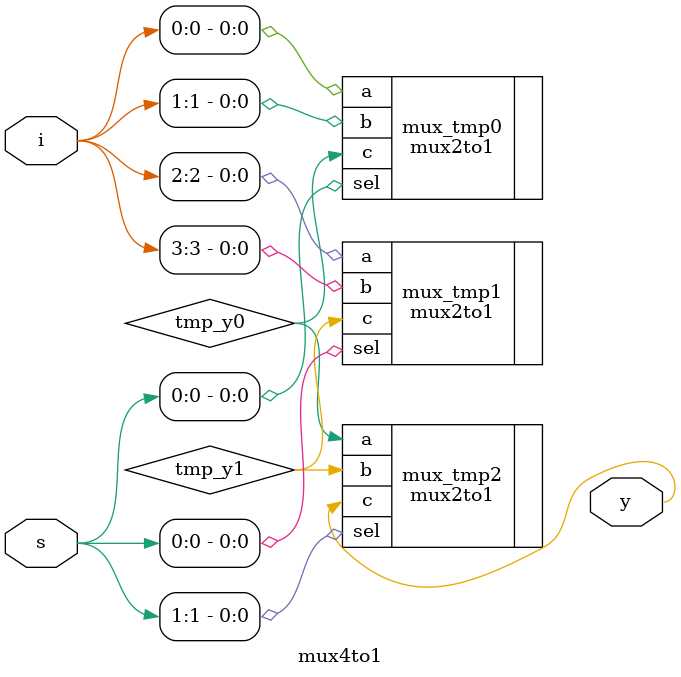
<source format=v>
module mux4to1(i, s, y);
  input wire [3:0]i;    //input bit
  input wire [1:0]s;    //input select
  output wire y;    //output bit

  wire tmp_y0, tmp_y1;    //internal output
  //when s[0]=0, select i[0]. when s[0]=1, select i[1]
  mux2to1 mux_tmp0(.a(i[0]), .b(i[1]), .sel(s[0]), .c(tmp_y0));
  //when s[0]=0, select i[2]. when s[0]=1, select i[3]
  mux2to1 mux_tmp1(.a(i[2]), .b(i[3]), .sel(s[0]), .c(tmp_y1));
  //when s[1]=0, select tmp_y0. when s[1]=1, select tmp_y1
  mux2to1 mux_tmp2(.a(tmp_y0), .b(tmp_y1), .sel(s[1]), .c(y));
endmodule

</source>
